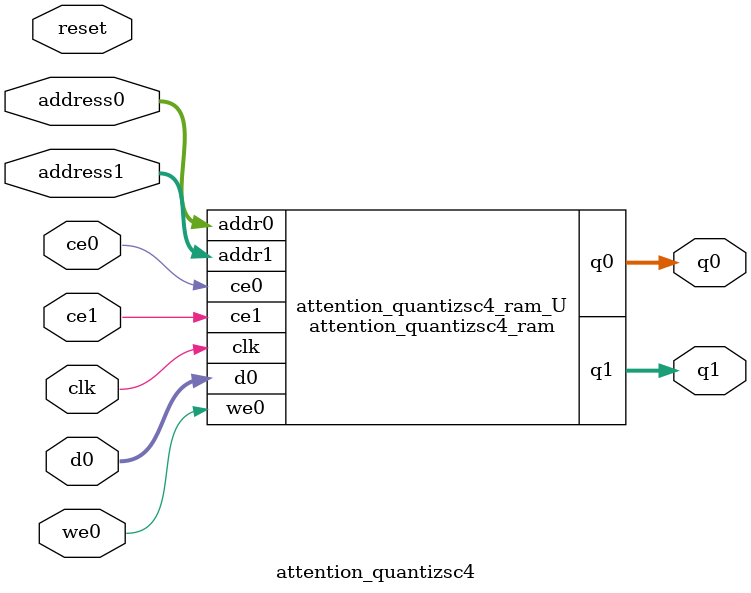
<source format=v>
`timescale 1 ns / 1 ps
module attention_quantizsc4_ram (addr0, ce0, d0, we0, q0, addr1, ce1, q1,  clk);

parameter DWIDTH = 8;
parameter AWIDTH = 7;
parameter MEM_SIZE = 96;

input[AWIDTH-1:0] addr0;
input ce0;
input[DWIDTH-1:0] d0;
input we0;
output reg[DWIDTH-1:0] q0;
input[AWIDTH-1:0] addr1;
input ce1;
output reg[DWIDTH-1:0] q1;
input clk;

(* ram_style = "distributed" *)reg [DWIDTH-1:0] ram[0:MEM_SIZE-1];




always @(posedge clk)  
begin 
    if (ce0) begin
        if (we0) 
            ram[addr0] <= d0; 
        q0 <= ram[addr0];
    end
end


always @(posedge clk)  
begin 
    if (ce1) begin
        q1 <= ram[addr1];
    end
end


endmodule

`timescale 1 ns / 1 ps
module attention_quantizsc4(
    reset,
    clk,
    address0,
    ce0,
    we0,
    d0,
    q0,
    address1,
    ce1,
    q1);

parameter DataWidth = 32'd8;
parameter AddressRange = 32'd96;
parameter AddressWidth = 32'd7;
input reset;
input clk;
input[AddressWidth - 1:0] address0;
input ce0;
input we0;
input[DataWidth - 1:0] d0;
output[DataWidth - 1:0] q0;
input[AddressWidth - 1:0] address1;
input ce1;
output[DataWidth - 1:0] q1;



attention_quantizsc4_ram attention_quantizsc4_ram_U(
    .clk( clk ),
    .addr0( address0 ),
    .ce0( ce0 ),
    .we0( we0 ),
    .d0( d0 ),
    .q0( q0 ),
    .addr1( address1 ),
    .ce1( ce1 ),
    .q1( q1 ));

endmodule


</source>
